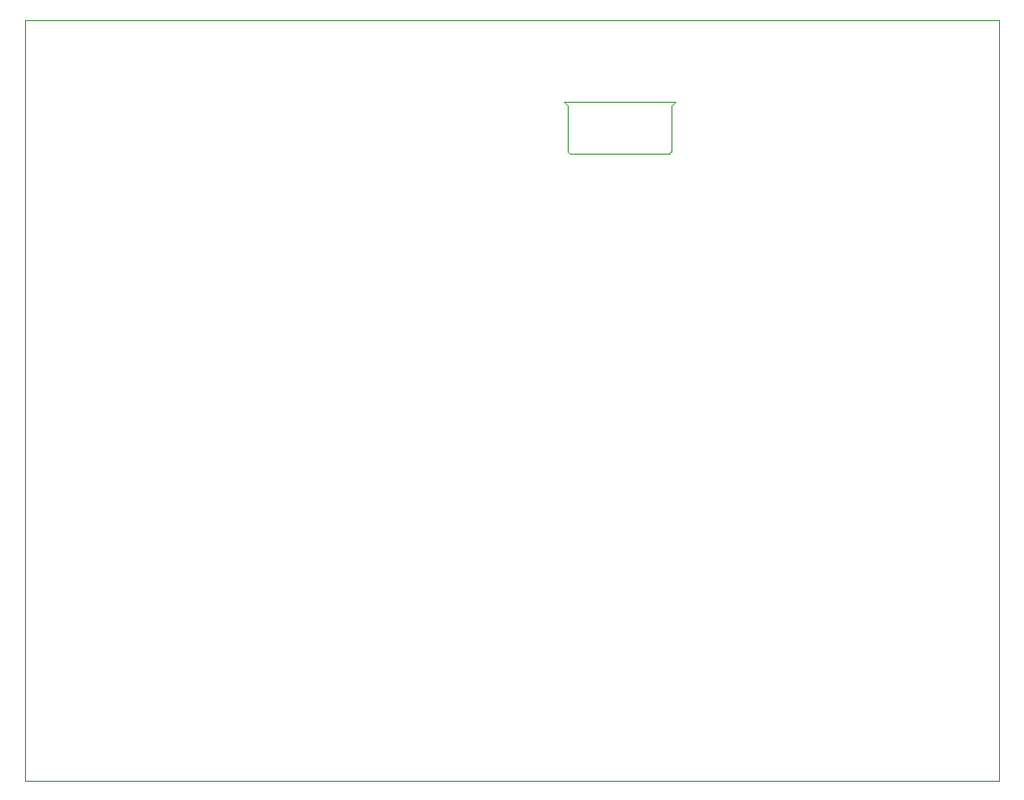
<source format=gbr>
%TF.GenerationSoftware,KiCad,Pcbnew,7.0.7*%
%TF.CreationDate,2023-10-17T17:05:39-05:00*%
%TF.ProjectId,IGVC-CBV1,49475643-2d43-4425-9631-2e6b69636164,rev?*%
%TF.SameCoordinates,Original*%
%TF.FileFunction,Profile,NP*%
%FSLAX46Y46*%
G04 Gerber Fmt 4.6, Leading zero omitted, Abs format (unit mm)*
G04 Created by KiCad (PCBNEW 7.0.7) date 2023-10-17 17:05:39*
%MOMM*%
%LPD*%
G01*
G04 APERTURE LIST*
%TA.AperFunction,Profile*%
%ADD10C,0.100000*%
%TD*%
%TA.AperFunction,Profile*%
%ADD11C,0.010000*%
%TD*%
G04 APERTURE END LIST*
D10*
X101600000Y-54356000D02*
X187452000Y-54356000D01*
X187452000Y-121412000D01*
X101600000Y-121412000D01*
X101600000Y-54356000D01*
D11*
%TO.C,J3*%
X149423375Y-65969250D02*
G75*
G03*
X149573375Y-66119250I150000J0D01*
G01*
X158413375Y-66119250D02*
G75*
G03*
X158563375Y-65969250I0J150000D01*
G01*
X149073375Y-61609250D02*
X158913375Y-61609250D01*
X149423375Y-61959250D02*
X149073375Y-61609250D01*
X149423375Y-65969250D02*
X149423375Y-61959250D01*
X158413375Y-66119250D02*
X149573375Y-66119250D01*
X158563375Y-61959250D02*
X158563375Y-65969250D01*
X158913375Y-61609250D02*
X158563375Y-61959250D01*
%TD*%
M02*

</source>
